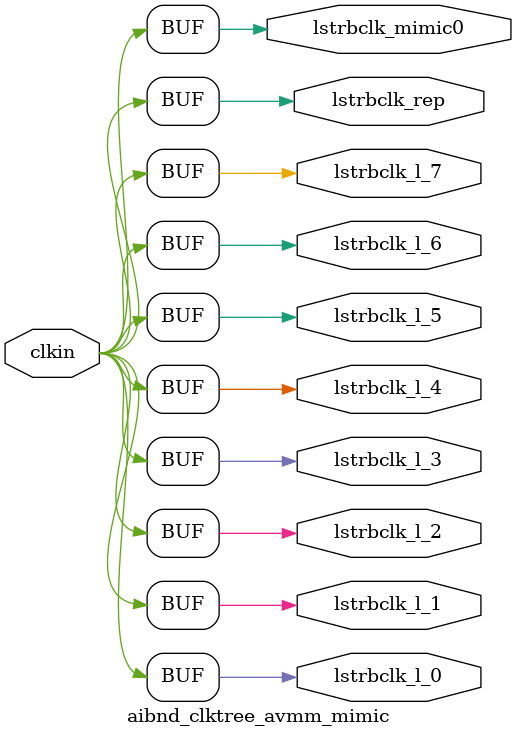
<source format=v>

module aibnd_clktree_avmm_mimic 
#(
parameter SKEW_DELAY     = 60   //min:20ps; typ :60ps; max:100ps
)
(
   input  wire         clkin,                   //clock source
   output wire 	       lstrbclk_l_0, 	        //buffered clock
   output wire         lstrbclk_l_1,            //buffered clock
   output wire         lstrbclk_l_2,            //buffered clock
   output wire         lstrbclk_l_3,            //buffered clock
   output wire         lstrbclk_l_4,            //buffered clock
   output wire         lstrbclk_l_5,            //buffered clock
   output wire         lstrbclk_l_6,            //buffered clock
   output wire         lstrbclk_l_7,            //buffered clock
   output wire         lstrbclk_rep, 	        //replica for DLL
   output wire         lstrbclk_mimic0         //mimic path for load matching
);

`ifdef TIMESCALE_EN
  timeunit 1ps;
  timeprecision 1ps;
`endif
  
                assign #SKEW_DELAY lstrbclk_l_0 = clkin;
                assign #SKEW_DELAY lstrbclk_l_1 = clkin;
                assign #SKEW_DELAY lstrbclk_l_2 = clkin;
                assign #SKEW_DELAY lstrbclk_l_3 = clkin;
                assign #SKEW_DELAY lstrbclk_l_4 = clkin;
                assign #SKEW_DELAY lstrbclk_l_5 = clkin;
                assign #SKEW_DELAY lstrbclk_l_6 = clkin;
                assign #SKEW_DELAY lstrbclk_l_7 = clkin;
                assign #SKEW_DELAY lstrbclk_rep = clkin;
                assign #SKEW_DELAY lstrbclk_mimic0 = clkin;

endmodule // aibnd_clktree_avmm_mimic


</source>
